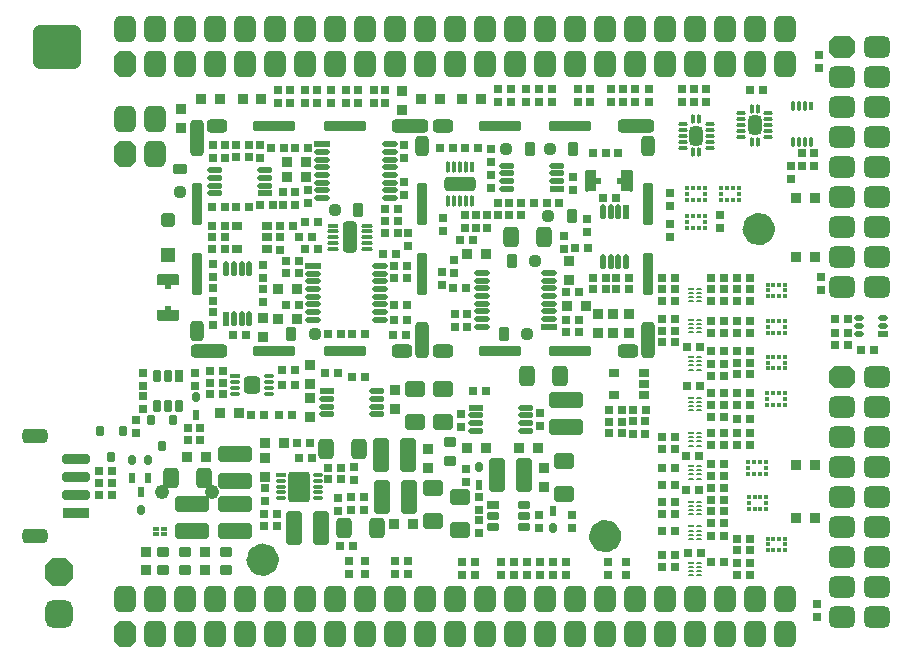
<source format=gbr>
%TF.GenerationSoftware,Altium Limited,Altium Designer,21.9.2 (33)*%
G04 Layer_Color=8388736*
%FSLAX45Y45*%
%MOMM*%
%TF.SameCoordinates,7777544D-92F5-45BF-99EE-D781317D7DBF*%
%TF.FilePolarity,Negative*%
%TF.FileFunction,Soldermask,Top*%
%TF.Part,Single*%
G01*
G75*
%TA.AperFunction,ComponentPad*%
G04:AMPARAMS|DCode=117|XSize=1.82mm|YSize=2.22mm|CornerRadius=0mm|HoleSize=0mm|Usage=FLASHONLY|Rotation=270.000|XOffset=0mm|YOffset=0mm|HoleType=Round|Shape=Octagon|*
%AMOCTAGOND117*
4,1,8,1.11000,0.45500,1.11000,-0.45500,0.65500,-0.91000,-0.65500,-0.91000,-1.11000,-0.45500,-1.11000,0.45500,-0.65500,0.91000,0.65500,0.91000,1.11000,0.45500,0.0*
%
%ADD117OCTAGOND117*%

G04:AMPARAMS|DCode=118|XSize=1.82mm|YSize=2.22mm|CornerRadius=0.485mm|HoleSize=0mm|Usage=FLASHONLY|Rotation=270.000|XOffset=0mm|YOffset=0mm|HoleType=Round|Shape=RoundedRectangle|*
%AMROUNDEDRECTD118*
21,1,1.82000,1.25001,0,0,270.0*
21,1,0.85000,2.22000,0,0,270.0*
1,1,0.97000,-0.62500,-0.42500*
1,1,0.97000,-0.62500,0.42500*
1,1,0.97000,0.62500,0.42500*
1,1,0.97000,0.62500,-0.42500*
%
%ADD118ROUNDEDRECTD118*%
G04:AMPARAMS|DCode=119|XSize=1.82mm|YSize=2.22mm|CornerRadius=0.485mm|HoleSize=0mm|Usage=FLASHONLY|Rotation=0.000|XOffset=0mm|YOffset=0mm|HoleType=Round|Shape=RoundedRectangle|*
%AMROUNDEDRECTD119*
21,1,1.82000,1.25001,0,0,0.0*
21,1,0.85000,2.22000,0,0,0.0*
1,1,0.97000,0.42500,-0.62500*
1,1,0.97000,-0.42500,-0.62500*
1,1,0.97000,-0.42500,0.62500*
1,1,0.97000,0.42500,0.62500*
%
%ADD119ROUNDEDRECTD119*%
G04:AMPARAMS|DCode=120|XSize=1.82mm|YSize=2.22mm|CornerRadius=0mm|HoleSize=0mm|Usage=FLASHONLY|Rotation=0.000|XOffset=0mm|YOffset=0mm|HoleType=Round|Shape=Octagon|*
%AMOCTAGOND120*
4,1,8,-0.45500,1.11000,0.45500,1.11000,0.91000,0.65500,0.91000,-0.65500,0.45500,-1.11000,-0.45500,-1.11000,-0.91000,-0.65500,-0.91000,0.65500,-0.45500,1.11000,0.0*
%
%ADD120OCTAGOND120*%

G04:AMPARAMS|DCode=121|XSize=4.12mm|YSize=3.72mm|CornerRadius=0.6mm|HoleSize=0mm|Usage=FLASHONLY|Rotation=0.000|XOffset=0mm|YOffset=0mm|HoleType=Round|Shape=RoundedRectangle|*
%AMROUNDEDRECTD121*
21,1,4.12000,2.52000,0,0,0.0*
21,1,2.92000,3.72000,0,0,0.0*
1,1,1.20000,1.46000,-1.26000*
1,1,1.20000,-1.46000,-1.26000*
1,1,1.20000,-1.46000,1.26000*
1,1,1.20000,1.46000,1.26000*
%
%ADD121ROUNDEDRECTD121*%
G04:AMPARAMS|DCode=122|XSize=2.32mm|YSize=2.32mm|CornerRadius=0.61mm|HoleSize=0mm|Usage=FLASHONLY|Rotation=270.000|XOffset=0mm|YOffset=0mm|HoleType=Round|Shape=RoundedRectangle|*
%AMROUNDEDRECTD122*
21,1,2.32000,1.10000,0,0,270.0*
21,1,1.10000,2.32000,0,0,270.0*
1,1,1.22000,-0.55000,-0.55000*
1,1,1.22000,-0.55000,0.55000*
1,1,1.22000,0.55000,0.55000*
1,1,1.22000,0.55000,-0.55000*
%
%ADD122ROUNDEDRECTD122*%
G04:AMPARAMS|DCode=123|XSize=2.32mm|YSize=2.32mm|CornerRadius=0mm|HoleSize=0mm|Usage=FLASHONLY|Rotation=270.000|XOffset=0mm|YOffset=0mm|HoleType=Round|Shape=Octagon|*
%AMOCTAGOND123*
4,1,8,-0.58000,-1.16000,0.58000,-1.16000,1.16000,-0.58000,1.16000,0.58000,0.58000,1.16000,-0.58000,1.16000,-1.16000,0.58000,-1.16000,-0.58000,-0.58000,-1.16000,0.0*
%
%ADD123OCTAGOND123*%

%TA.AperFunction,ViaPad*%
%ADD124C,1.22000*%
%TA.AperFunction,NonConductor*%
%ADD168C,2.14000*%
%TA.AperFunction,BGAPad,CuDef*%
%ADD169C,0.37000*%
%TA.AperFunction,SMDPad,CuDef*%
G04:AMPARAMS|DCode=170|XSize=0.37mm|YSize=0.37mm|CornerRadius=0.0975mm|HoleSize=0mm|Usage=FLASHONLY|Rotation=180.000|XOffset=0mm|YOffset=0mm|HoleType=Round|Shape=RoundedRectangle|*
%AMROUNDEDRECTD170*
21,1,0.37000,0.17500,0,0,180.0*
21,1,0.17500,0.37000,0,0,180.0*
1,1,0.19500,-0.08750,0.08750*
1,1,0.19500,0.08750,0.08750*
1,1,0.19500,0.08750,-0.08750*
1,1,0.19500,-0.08750,-0.08750*
%
%ADD170ROUNDEDRECTD170*%
%ADD171R,0.60000X0.30000*%
G04:AMPARAMS|DCode=172|XSize=0.37mm|YSize=0.77mm|CornerRadius=0.1225mm|HoleSize=0mm|Usage=FLASHONLY|Rotation=90.000|XOffset=0mm|YOffset=0mm|HoleType=Round|Shape=RoundedRectangle|*
%AMROUNDEDRECTD172*
21,1,0.37000,0.52500,0,0,90.0*
21,1,0.12500,0.77000,0,0,90.0*
1,1,0.24500,0.26250,0.06250*
1,1,0.24500,0.26250,-0.06250*
1,1,0.24500,-0.26250,-0.06250*
1,1,0.24500,-0.26250,0.06250*
%
%ADD172ROUNDEDRECTD172*%
G04:AMPARAMS|DCode=173|XSize=0.37mm|YSize=0.77mm|CornerRadius=0.1225mm|HoleSize=0mm|Usage=FLASHONLY|Rotation=0.000|XOffset=0mm|YOffset=0mm|HoleType=Round|Shape=RoundedRectangle|*
%AMROUNDEDRECTD173*
21,1,0.37000,0.52500,0,0,0.0*
21,1,0.12500,0.77000,0,0,0.0*
1,1,0.24500,0.06250,-0.26250*
1,1,0.24500,-0.06250,-0.26250*
1,1,0.24500,-0.06250,0.26250*
1,1,0.24500,0.06250,0.26250*
%
%ADD173ROUNDEDRECTD173*%
G04:AMPARAMS|DCode=174|XSize=1.12mm|YSize=1.62mm|CornerRadius=0.31mm|HoleSize=0mm|Usage=FLASHONLY|Rotation=0.000|XOffset=0mm|YOffset=0mm|HoleType=Round|Shape=RoundedRectangle|*
%AMROUNDEDRECTD174*
21,1,1.12000,1.00000,0,0,0.0*
21,1,0.50000,1.62000,0,0,0.0*
1,1,0.62000,0.25000,-0.50000*
1,1,0.62000,-0.25000,-0.50000*
1,1,0.62000,-0.25000,0.50000*
1,1,0.62000,0.25000,0.50000*
%
%ADD174ROUNDEDRECTD174*%
G04:AMPARAMS|DCode=175|XSize=0.72mm|YSize=0.72mm|CornerRadius=0.21mm|HoleSize=0mm|Usage=FLASHONLY|Rotation=90.000|XOffset=0mm|YOffset=0mm|HoleType=Round|Shape=RoundedRectangle|*
%AMROUNDEDRECTD175*
21,1,0.72000,0.30000,0,0,90.0*
21,1,0.30000,0.72000,0,0,90.0*
1,1,0.42000,0.15000,0.15000*
1,1,0.42000,0.15000,-0.15000*
1,1,0.42000,-0.15000,-0.15000*
1,1,0.42000,-0.15000,0.15000*
%
%ADD175ROUNDEDRECTD175*%
%ADD176R,0.51000X0.24000*%
G04:AMPARAMS|DCode=177|XSize=0.24mm|YSize=0.51mm|CornerRadius=0.057mm|HoleSize=0mm|Usage=FLASHONLY|Rotation=90.000|XOffset=0mm|YOffset=0mm|HoleType=Round|Shape=RoundedRectangle|*
%AMROUNDEDRECTD177*
21,1,0.24000,0.39600,0,0,90.0*
21,1,0.12600,0.51000,0,0,90.0*
1,1,0.11400,0.19800,0.06300*
1,1,0.11400,0.19800,-0.06300*
1,1,0.11400,-0.19800,-0.06300*
1,1,0.11400,-0.19800,0.06300*
%
%ADD177ROUNDEDRECTD177*%
%ADD178R,0.82000X0.37000*%
G04:AMPARAMS|DCode=179|XSize=0.37mm|YSize=0.82mm|CornerRadius=0.1225mm|HoleSize=0mm|Usage=FLASHONLY|Rotation=90.000|XOffset=0mm|YOffset=0mm|HoleType=Round|Shape=RoundedRectangle|*
%AMROUNDEDRECTD179*
21,1,0.37000,0.57500,0,0,90.0*
21,1,0.12500,0.82000,0,0,90.0*
1,1,0.24500,0.28750,0.06250*
1,1,0.24500,0.28750,-0.06250*
1,1,0.24500,-0.28750,-0.06250*
1,1,0.24500,-0.28750,0.06250*
%
%ADD179ROUNDEDRECTD179*%
G04:AMPARAMS|DCode=180|XSize=2.62mm|YSize=1.82mm|CornerRadius=0.23mm|HoleSize=0mm|Usage=FLASHONLY|Rotation=90.000|XOffset=0mm|YOffset=0mm|HoleType=Round|Shape=RoundedRectangle|*
%AMROUNDEDRECTD180*
21,1,2.62000,1.36000,0,0,90.0*
21,1,2.16000,1.82000,0,0,90.0*
1,1,0.46000,0.68000,1.08000*
1,1,0.46000,0.68000,-1.08000*
1,1,0.46000,-0.68000,-1.08000*
1,1,0.46000,-0.68000,1.08000*
%
%ADD180ROUNDEDRECTD180*%
G04:AMPARAMS|DCode=181|XSize=0.47mm|YSize=1.27mm|CornerRadius=0.1475mm|HoleSize=0mm|Usage=FLASHONLY|Rotation=90.000|XOffset=0mm|YOffset=0mm|HoleType=Round|Shape=RoundedRectangle|*
%AMROUNDEDRECTD181*
21,1,0.47000,0.97500,0,0,90.0*
21,1,0.17500,1.27000,0,0,90.0*
1,1,0.29500,0.48750,0.08750*
1,1,0.29500,0.48750,-0.08750*
1,1,0.29500,-0.48750,-0.08750*
1,1,0.29500,-0.48750,0.08750*
%
%ADD181ROUNDEDRECTD181*%
%ADD182R,1.27000X0.47000*%
%ADD183R,1.02000X0.67000*%
G04:AMPARAMS|DCode=184|XSize=0.67mm|YSize=1.02mm|CornerRadius=0.1975mm|HoleSize=0mm|Usage=FLASHONLY|Rotation=90.000|XOffset=0mm|YOffset=0mm|HoleType=Round|Shape=RoundedRectangle|*
%AMROUNDEDRECTD184*
21,1,0.67000,0.62500,0,0,90.0*
21,1,0.27500,1.02000,0,0,90.0*
1,1,0.39500,0.31250,0.13750*
1,1,0.39500,0.31250,-0.13750*
1,1,0.39500,-0.31250,-0.13750*
1,1,0.39500,-0.31250,0.13750*
%
%ADD184ROUNDEDRECTD184*%
%ADD185R,0.67000X1.02000*%
G04:AMPARAMS|DCode=186|XSize=0.67mm|YSize=1.02mm|CornerRadius=0.1975mm|HoleSize=0mm|Usage=FLASHONLY|Rotation=0.000|XOffset=0mm|YOffset=0mm|HoleType=Round|Shape=RoundedRectangle|*
%AMROUNDEDRECTD186*
21,1,0.67000,0.62500,0,0,0.0*
21,1,0.27500,1.02000,0,0,0.0*
1,1,0.39500,0.13750,-0.31250*
1,1,0.39500,-0.13750,-0.31250*
1,1,0.39500,-0.13750,0.31250*
1,1,0.39500,0.13750,0.31250*
%
%ADD186ROUNDEDRECTD186*%
G04:AMPARAMS|DCode=187|XSize=1.52mm|YSize=1.42mm|CornerRadius=0.385mm|HoleSize=0mm|Usage=FLASHONLY|Rotation=90.000|XOffset=0mm|YOffset=0mm|HoleType=Round|Shape=RoundedRectangle|*
%AMROUNDEDRECTD187*
21,1,1.52000,0.65000,0,0,90.0*
21,1,0.75000,1.42000,0,0,90.0*
1,1,0.77000,0.32500,0.37500*
1,1,0.77000,0.32500,-0.37500*
1,1,0.77000,-0.32500,-0.37500*
1,1,0.77000,-0.32500,0.37500*
%
%ADD187ROUNDEDRECTD187*%
%ADD188R,0.92000X0.72000*%
G04:AMPARAMS|DCode=189|XSize=0.72mm|YSize=0.92mm|CornerRadius=0.21mm|HoleSize=0mm|Usage=FLASHONLY|Rotation=270.000|XOffset=0mm|YOffset=0mm|HoleType=Round|Shape=RoundedRectangle|*
%AMROUNDEDRECTD189*
21,1,0.72000,0.50000,0,0,270.0*
21,1,0.30000,0.92000,0,0,270.0*
1,1,0.42000,-0.25000,-0.15000*
1,1,0.42000,-0.25000,0.15000*
1,1,0.42000,0.25000,0.15000*
1,1,0.42000,0.25000,-0.15000*
%
%ADD189ROUNDEDRECTD189*%
G04:AMPARAMS|DCode=190|XSize=0.47mm|YSize=0.82mm|CornerRadius=0.1475mm|HoleSize=0mm|Usage=FLASHONLY|Rotation=270.000|XOffset=0mm|YOffset=0mm|HoleType=Round|Shape=RoundedRectangle|*
%AMROUNDEDRECTD190*
21,1,0.47000,0.52501,0,0,270.0*
21,1,0.17500,0.82000,0,0,270.0*
1,1,0.29500,-0.26250,-0.08750*
1,1,0.29500,-0.26250,0.08750*
1,1,0.29500,0.26250,0.08750*
1,1,0.29500,0.26250,-0.08750*
%
%ADD190ROUNDEDRECTD190*%
%ADD191R,0.82000X0.47000*%
%ADD192R,0.39000X0.77000*%
G04:AMPARAMS|DCode=193|XSize=0.39mm|YSize=0.77mm|CornerRadius=0.1275mm|HoleSize=0mm|Usage=FLASHONLY|Rotation=0.000|XOffset=0mm|YOffset=0mm|HoleType=Round|Shape=RoundedRectangle|*
%AMROUNDEDRECTD193*
21,1,0.39000,0.51501,0,0,0.0*
21,1,0.13500,0.77000,0,0,0.0*
1,1,0.25500,0.06750,-0.25750*
1,1,0.25500,-0.06750,-0.25750*
1,1,0.25500,-0.06750,0.25750*
1,1,0.25500,0.06750,0.25750*
%
%ADD193ROUNDEDRECTD193*%
%ADD194R,1.32000X0.47000*%
G04:AMPARAMS|DCode=195|XSize=0.47mm|YSize=1.32mm|CornerRadius=0.1475mm|HoleSize=0mm|Usage=FLASHONLY|Rotation=90.000|XOffset=0mm|YOffset=0mm|HoleType=Round|Shape=RoundedRectangle|*
%AMROUNDEDRECTD195*
21,1,0.47000,1.02500,0,0,90.0*
21,1,0.17500,1.32000,0,0,90.0*
1,1,0.29500,0.51250,0.08750*
1,1,0.29500,0.51250,-0.08750*
1,1,0.29500,-0.51250,-0.08750*
1,1,0.29500,-0.51250,0.08750*
%
%ADD195ROUNDEDRECTD195*%
G04:AMPARAMS|DCode=196|XSize=2.67mm|YSize=1.22mm|CornerRadius=0.335mm|HoleSize=0mm|Usage=FLASHONLY|Rotation=90.000|XOffset=0mm|YOffset=0mm|HoleType=Round|Shape=RoundedRectangle|*
%AMROUNDEDRECTD196*
21,1,2.67000,0.55000,0,0,90.0*
21,1,2.00000,1.22000,0,0,90.0*
1,1,0.67000,0.27500,1.00000*
1,1,0.67000,0.27500,-1.00000*
1,1,0.67000,-0.27500,-1.00000*
1,1,0.67000,-0.27500,1.00000*
%
%ADD196ROUNDEDRECTD196*%
G04:AMPARAMS|DCode=197|XSize=0.37mm|YSize=0.97mm|CornerRadius=0.1225mm|HoleSize=0mm|Usage=FLASHONLY|Rotation=90.000|XOffset=0mm|YOffset=0mm|HoleType=Round|Shape=RoundedRectangle|*
%AMROUNDEDRECTD197*
21,1,0.37000,0.72500,0,0,90.0*
21,1,0.12500,0.97000,0,0,90.0*
1,1,0.24500,0.36250,0.06250*
1,1,0.24500,0.36250,-0.06250*
1,1,0.24500,-0.36250,-0.06250*
1,1,0.24500,-0.36250,0.06250*
%
%ADD197ROUNDEDRECTD197*%
%ADD198R,0.97000X0.37000*%
G04:AMPARAMS|DCode=199|XSize=0.47mm|YSize=1.27mm|CornerRadius=0.1475mm|HoleSize=0mm|Usage=FLASHONLY|Rotation=180.000|XOffset=0mm|YOffset=0mm|HoleType=Round|Shape=RoundedRectangle|*
%AMROUNDEDRECTD199*
21,1,0.47000,0.97500,0,0,180.0*
21,1,0.17500,1.27000,0,0,180.0*
1,1,0.29500,-0.08750,0.48750*
1,1,0.29500,0.08750,0.48750*
1,1,0.29500,0.08750,-0.48750*
1,1,0.29500,-0.08750,-0.48750*
%
%ADD199ROUNDEDRECTD199*%
%ADD200R,0.47000X1.27000*%
G04:AMPARAMS|DCode=201|XSize=2.67mm|YSize=1.22mm|CornerRadius=0.335mm|HoleSize=0mm|Usage=FLASHONLY|Rotation=0.000|XOffset=0mm|YOffset=0mm|HoleType=Round|Shape=RoundedRectangle|*
%AMROUNDEDRECTD201*
21,1,2.67000,0.55000,0,0,0.0*
21,1,2.00000,1.22000,0,0,0.0*
1,1,0.67000,1.00000,-0.27500*
1,1,0.67000,-1.00000,-0.27500*
1,1,0.67000,-1.00000,0.27500*
1,1,0.67000,1.00000,0.27500*
%
%ADD201ROUNDEDRECTD201*%
G04:AMPARAMS|DCode=202|XSize=0.37mm|YSize=0.97mm|CornerRadius=0.1225mm|HoleSize=0mm|Usage=FLASHONLY|Rotation=0.000|XOffset=0mm|YOffset=0mm|HoleType=Round|Shape=RoundedRectangle|*
%AMROUNDEDRECTD202*
21,1,0.37000,0.72500,0,0,0.0*
21,1,0.12500,0.97000,0,0,0.0*
1,1,0.24500,0.06250,-0.36250*
1,1,0.24500,-0.06250,-0.36250*
1,1,0.24500,-0.06250,0.36250*
1,1,0.24500,0.06250,0.36250*
%
%ADD202ROUNDEDRECTD202*%
%ADD203R,0.37000X0.97000*%
%ADD204C,1.12000*%
G04:AMPARAMS|DCode=205|XSize=0.92mm|YSize=1.12mm|CornerRadius=0.1mm|HoleSize=0mm|Usage=FLASHONLY|Rotation=90.000|XOffset=0mm|YOffset=0mm|HoleType=Round|Shape=RoundedRectangle|*
%AMROUNDEDRECTD205*
21,1,0.92000,0.92000,0,0,90.0*
21,1,0.72000,1.12000,0,0,90.0*
1,1,0.20000,0.46000,0.36000*
1,1,0.20000,0.46000,-0.36000*
1,1,0.20000,-0.46000,-0.36000*
1,1,0.20000,-0.46000,0.36000*
%
%ADD205ROUNDEDRECTD205*%
G04:AMPARAMS|DCode=206|XSize=0.92mm|YSize=1.12mm|CornerRadius=0.1mm|HoleSize=0mm|Usage=FLASHONLY|Rotation=180.000|XOffset=0mm|YOffset=0mm|HoleType=Round|Shape=RoundedRectangle|*
%AMROUNDEDRECTD206*
21,1,0.92000,0.92000,0,0,180.0*
21,1,0.72000,1.12000,0,0,180.0*
1,1,0.20000,-0.36000,0.46000*
1,1,0.20000,0.36000,0.46000*
1,1,0.20000,0.36000,-0.46000*
1,1,0.20000,-0.36000,-0.46000*
%
%ADD206ROUNDEDRECTD206*%
G04:AMPARAMS|DCode=207|XSize=0.72mm|YSize=0.82mm|CornerRadius=0.21mm|HoleSize=0mm|Usage=FLASHONLY|Rotation=0.000|XOffset=0mm|YOffset=0mm|HoleType=Round|Shape=RoundedRectangle|*
%AMROUNDEDRECTD207*
21,1,0.72000,0.40000,0,0,0.0*
21,1,0.30000,0.82000,0,0,0.0*
1,1,0.42000,0.15000,-0.20000*
1,1,0.42000,-0.15000,-0.20000*
1,1,0.42000,-0.15000,0.20000*
1,1,0.42000,0.15000,0.20000*
%
%ADD207ROUNDEDRECTD207*%
G04:AMPARAMS|DCode=208|XSize=0.72mm|YSize=0.72mm|CornerRadius=0.21mm|HoleSize=0mm|Usage=FLASHONLY|Rotation=0.000|XOffset=0mm|YOffset=0mm|HoleType=Round|Shape=RoundedRectangle|*
%AMROUNDEDRECTD208*
21,1,0.72000,0.30000,0,0,0.0*
21,1,0.30000,0.72000,0,0,0.0*
1,1,0.42000,0.15000,-0.15000*
1,1,0.42000,-0.15000,-0.15000*
1,1,0.42000,-0.15000,0.15000*
1,1,0.42000,0.15000,0.15000*
%
%ADD208ROUNDEDRECTD208*%
%ADD209O,1.82000X0.42000*%
%ADD210R,0.54000X1.00000*%
%ADD211O,0.42000X1.82000*%
%ADD212R,1.00000X0.54000*%
%ADD213R,2.32000X0.82000*%
G04:AMPARAMS|DCode=214|XSize=2.32mm|YSize=0.82mm|CornerRadius=0.235mm|HoleSize=0mm|Usage=FLASHONLY|Rotation=180.000|XOffset=0mm|YOffset=0mm|HoleType=Round|Shape=RoundedRectangle|*
%AMROUNDEDRECTD214*
21,1,2.32000,0.35000,0,0,180.0*
21,1,1.85000,0.82000,0,0,180.0*
1,1,0.47000,-0.92500,0.17500*
1,1,0.47000,0.92500,0.17500*
1,1,0.47000,0.92500,-0.17500*
1,1,0.47000,-0.92500,-0.17500*
%
%ADD214ROUNDEDRECTD214*%
G04:AMPARAMS|DCode=215|XSize=2.12mm|YSize=1.22mm|CornerRadius=0.335mm|HoleSize=0mm|Usage=FLASHONLY|Rotation=180.000|XOffset=0mm|YOffset=0mm|HoleType=Round|Shape=RoundedRectangle|*
%AMROUNDEDRECTD215*
21,1,2.12000,0.55000,0,0,180.0*
21,1,1.45000,1.22000,0,0,180.0*
1,1,0.67000,-0.72500,0.27500*
1,1,0.67000,0.72500,0.27500*
1,1,0.67000,0.72500,-0.27500*
1,1,0.67000,-0.72500,-0.27500*
%
%ADD215ROUNDEDRECTD215*%
G04:AMPARAMS|DCode=216|XSize=3.12mm|YSize=1.12mm|CornerRadius=0.31mm|HoleSize=0mm|Usage=FLASHONLY|Rotation=90.000|XOffset=0mm|YOffset=0mm|HoleType=Round|Shape=RoundedRectangle|*
%AMROUNDEDRECTD216*
21,1,3.12000,0.50000,0,0,90.0*
21,1,2.50000,1.12000,0,0,90.0*
1,1,0.62000,0.25000,1.25000*
1,1,0.62000,0.25000,-1.25000*
1,1,0.62000,-0.25000,-1.25000*
1,1,0.62000,-0.25000,1.25000*
%
%ADD216ROUNDEDRECTD216*%
%TA.AperFunction,SMDPad,SMDef*%
G04:AMPARAMS|DCode=217|XSize=3.6mm|YSize=0.8mm|CornerRadius=0.15mm|HoleSize=0mm|Usage=FLASHONLY|Rotation=90.000|XOffset=0mm|YOffset=0mm|HoleType=Round|Shape=RoundedRectangle|*
%AMROUNDEDRECTD217*
21,1,3.60000,0.50000,0,0,90.0*
21,1,3.30000,0.80000,0,0,90.0*
1,1,0.30000,0.25000,1.65000*
1,1,0.30000,0.25000,-1.65000*
1,1,0.30000,-0.25000,-1.65000*
1,1,0.30000,-0.25000,1.65000*
%
%ADD217ROUNDEDRECTD217*%
%TA.AperFunction,SMDPad,CuDef*%
G04:AMPARAMS|DCode=218|XSize=1.72mm|YSize=1.12mm|CornerRadius=0.31mm|HoleSize=0mm|Usage=FLASHONLY|Rotation=180.000|XOffset=0mm|YOffset=0mm|HoleType=Round|Shape=RoundedRectangle|*
%AMROUNDEDRECTD218*
21,1,1.72000,0.50000,0,0,180.0*
21,1,1.10000,1.12000,0,0,180.0*
1,1,0.62000,-0.55000,0.25000*
1,1,0.62000,0.55000,0.25000*
1,1,0.62000,0.55000,-0.25000*
1,1,0.62000,-0.55000,-0.25000*
%
%ADD218ROUNDEDRECTD218*%
G04:AMPARAMS|DCode=219|XSize=3.12mm|YSize=1.12mm|CornerRadius=0.31mm|HoleSize=0mm|Usage=FLASHONLY|Rotation=0.000|XOffset=0mm|YOffset=0mm|HoleType=Round|Shape=RoundedRectangle|*
%AMROUNDEDRECTD219*
21,1,3.12000,0.50000,0,0,0.0*
21,1,2.50000,1.12000,0,0,0.0*
1,1,0.62000,1.25000,-0.25000*
1,1,0.62000,-1.25000,-0.25000*
1,1,0.62000,-1.25000,0.25000*
1,1,0.62000,1.25000,0.25000*
%
%ADD219ROUNDEDRECTD219*%
%TA.AperFunction,SMDPad,SMDef*%
G04:AMPARAMS|DCode=220|XSize=3.596mm|YSize=0.796mm|CornerRadius=0.148mm|HoleSize=0mm|Usage=FLASHONLY|Rotation=0.000|XOffset=0mm|YOffset=0mm|HoleType=Round|Shape=RoundedRectangle|*
%AMROUNDEDRECTD220*
21,1,3.59600,0.50000,0,0,0.0*
21,1,3.30000,0.79600,0,0,0.0*
1,1,0.29600,1.65000,-0.25000*
1,1,0.29600,-1.65000,-0.25000*
1,1,0.29600,-1.65000,0.25000*
1,1,0.29600,1.65000,0.25000*
%
%ADD220ROUNDEDRECTD220*%
G04:AMPARAMS|DCode=221|XSize=3.6mm|YSize=0.8mm|CornerRadius=0.15mm|HoleSize=0mm|Usage=FLASHONLY|Rotation=0.000|XOffset=0mm|YOffset=0mm|HoleType=Round|Shape=RoundedRectangle|*
%AMROUNDEDRECTD221*
21,1,3.60000,0.50000,0,0,0.0*
21,1,3.30000,0.80000,0,0,0.0*
1,1,0.30000,1.65000,-0.25000*
1,1,0.30000,-1.65000,-0.25000*
1,1,0.30000,-1.65000,0.25000*
1,1,0.30000,1.65000,0.25000*
%
%ADD221ROUNDEDRECTD221*%
%TA.AperFunction,SMDPad,CuDef*%
G04:AMPARAMS|DCode=222|XSize=1.72mm|YSize=1.12mm|CornerRadius=0.31mm|HoleSize=0mm|Usage=FLASHONLY|Rotation=90.000|XOffset=0mm|YOffset=0mm|HoleType=Round|Shape=RoundedRectangle|*
%AMROUNDEDRECTD222*
21,1,1.72000,0.50000,0,0,90.0*
21,1,1.10000,1.12000,0,0,90.0*
1,1,0.62000,0.25000,0.55000*
1,1,0.62000,0.25000,-0.55000*
1,1,0.62000,-0.25000,-0.55000*
1,1,0.62000,-0.25000,0.55000*
%
%ADD222ROUNDEDRECTD222*%
G04:AMPARAMS|DCode=223|XSize=2.92mm|YSize=1.42mm|CornerRadius=0.385mm|HoleSize=0mm|Usage=FLASHONLY|Rotation=90.000|XOffset=0mm|YOffset=0mm|HoleType=Round|Shape=RoundedRectangle|*
%AMROUNDEDRECTD223*
21,1,2.92000,0.65000,0,0,90.0*
21,1,2.15000,1.42000,0,0,90.0*
1,1,0.77000,0.32500,1.07500*
1,1,0.77000,0.32500,-1.07500*
1,1,0.77000,-0.32500,-1.07500*
1,1,0.77000,-0.32500,1.07500*
%
%ADD223ROUNDEDRECTD223*%
G04:AMPARAMS|DCode=224|XSize=2.92mm|YSize=1.42mm|CornerRadius=0.385mm|HoleSize=0mm|Usage=FLASHONLY|Rotation=0.000|XOffset=0mm|YOffset=0mm|HoleType=Round|Shape=RoundedRectangle|*
%AMROUNDEDRECTD224*
21,1,2.92000,0.65000,0,0,0.0*
21,1,2.15000,1.42000,0,0,0.0*
1,1,0.77000,1.07500,-0.32500*
1,1,0.77000,-1.07500,-0.32500*
1,1,0.77000,-1.07500,0.32500*
1,1,0.77000,1.07500,0.32500*
%
%ADD224ROUNDEDRECTD224*%
G04:AMPARAMS|DCode=225|XSize=1.02mm|YSize=0.92mm|CornerRadius=0.26mm|HoleSize=0mm|Usage=FLASHONLY|Rotation=180.000|XOffset=0mm|YOffset=0mm|HoleType=Round|Shape=RoundedRectangle|*
%AMROUNDEDRECTD225*
21,1,1.02000,0.40000,0,0,180.0*
21,1,0.50000,0.92000,0,0,180.0*
1,1,0.52000,-0.25000,0.20000*
1,1,0.52000,0.25000,0.20000*
1,1,0.52000,0.25000,-0.20000*
1,1,0.52000,-0.25000,-0.20000*
%
%ADD225ROUNDEDRECTD225*%
%ADD226R,0.92000X0.92000*%
G04:AMPARAMS|DCode=227|XSize=0.92mm|YSize=0.92mm|CornerRadius=0.26mm|HoleSize=0mm|Usage=FLASHONLY|Rotation=90.000|XOffset=0mm|YOffset=0mm|HoleType=Round|Shape=RoundedRectangle|*
%AMROUNDEDRECTD227*
21,1,0.92000,0.40000,0,0,90.0*
21,1,0.40000,0.92000,0,0,90.0*
1,1,0.52000,0.20000,0.20000*
1,1,0.52000,0.20000,-0.20000*
1,1,0.52000,-0.20000,-0.20000*
1,1,0.52000,-0.20000,0.20000*
%
%ADD227ROUNDEDRECTD227*%
%ADD228R,0.62000X0.82000*%
G04:AMPARAMS|DCode=229|XSize=0.62mm|YSize=0.82mm|CornerRadius=0.185mm|HoleSize=0mm|Usage=FLASHONLY|Rotation=180.000|XOffset=0mm|YOffset=0mm|HoleType=Round|Shape=RoundedRectangle|*
%AMROUNDEDRECTD229*
21,1,0.62000,0.45000,0,0,180.0*
21,1,0.25000,0.82000,0,0,180.0*
1,1,0.37000,-0.12500,0.22500*
1,1,0.37000,0.12500,0.22500*
1,1,0.37000,0.12500,-0.22500*
1,1,0.37000,-0.12500,-0.22500*
%
%ADD229ROUNDEDRECTD229*%
%ADD230R,1.22000X1.22000*%
G04:AMPARAMS|DCode=231|XSize=1.22mm|YSize=1.22mm|CornerRadius=0.335mm|HoleSize=0mm|Usage=FLASHONLY|Rotation=180.000|XOffset=0mm|YOffset=0mm|HoleType=Round|Shape=RoundedRectangle|*
%AMROUNDEDRECTD231*
21,1,1.22000,0.55000,0,0,180.0*
21,1,0.55000,1.22000,0,0,180.0*
1,1,0.67000,-0.27500,0.27500*
1,1,0.67000,0.27500,0.27500*
1,1,0.67000,0.27500,-0.27500*
1,1,0.67000,-0.27500,-0.27500*
%
%ADD231ROUNDEDRECTD231*%
G04:AMPARAMS|DCode=232|XSize=1.77mm|YSize=1.37mm|CornerRadius=0.3725mm|HoleSize=0mm|Usage=FLASHONLY|Rotation=0.000|XOffset=0mm|YOffset=0mm|HoleType=Round|Shape=RoundedRectangle|*
%AMROUNDEDRECTD232*
21,1,1.77000,0.62500,0,0,0.0*
21,1,1.02500,1.37000,0,0,0.0*
1,1,0.74500,0.51250,-0.31250*
1,1,0.74500,-0.51250,-0.31250*
1,1,0.74500,-0.51250,0.31250*
1,1,0.74500,0.51250,0.31250*
%
%ADD232ROUNDEDRECTD232*%
G04:AMPARAMS|DCode=233|XSize=1.77mm|YSize=1.37mm|CornerRadius=0.3725mm|HoleSize=0mm|Usage=FLASHONLY|Rotation=270.000|XOffset=0mm|YOffset=0mm|HoleType=Round|Shape=RoundedRectangle|*
%AMROUNDEDRECTD233*
21,1,1.77000,0.62500,0,0,270.0*
21,1,1.02500,1.37000,0,0,270.0*
1,1,0.74500,-0.31250,-0.51250*
1,1,0.74500,-0.31250,0.51250*
1,1,0.74500,0.31250,0.51250*
1,1,0.74500,0.31250,-0.51250*
%
%ADD233ROUNDEDRECTD233*%
G04:AMPARAMS|DCode=234|XSize=0.92mm|YSize=0.92mm|CornerRadius=0.26mm|HoleSize=0mm|Usage=FLASHONLY|Rotation=180.000|XOffset=0mm|YOffset=0mm|HoleType=Round|Shape=RoundedRectangle|*
%AMROUNDEDRECTD234*
21,1,0.92000,0.40000,0,0,180.0*
21,1,0.40000,0.92000,0,0,180.0*
1,1,0.52000,-0.20000,0.20000*
1,1,0.52000,0.20000,0.20000*
1,1,0.52000,0.20000,-0.20000*
1,1,0.52000,-0.20000,-0.20000*
%
%ADD234ROUNDEDRECTD234*%
G36*
X2485942Y2915944D02*
X2486860Y2915724D01*
X2487732Y2915362D01*
X2488538Y2914869D01*
X2489256Y2914256D01*
X2489869Y2913538D01*
X2490363Y2912732D01*
X2490724Y2911860D01*
X2490944Y2910942D01*
X2491019Y2910000D01*
Y2835000D01*
X2490944Y2834059D01*
X2490724Y2833140D01*
X2490363Y2832268D01*
X2489869Y2831462D01*
X2489256Y2830744D01*
X2488538Y2830131D01*
X2487732Y2829638D01*
X2486860Y2829276D01*
X2485942Y2829056D01*
X2485000Y2828982D01*
X2315000D01*
X2314058Y2829056D01*
X2313140Y2829276D01*
X2312268Y2829638D01*
X2311462Y2830131D01*
X2310744Y2830744D01*
X2310131Y2831462D01*
X2309637Y2832268D01*
X2309276Y2833140D01*
X2309056Y2834059D01*
X2308981Y2835000D01*
Y2910000D01*
X2309056Y2910942D01*
X2309276Y2911860D01*
X2309637Y2912732D01*
X2310131Y2913538D01*
X2310744Y2914256D01*
X2311462Y2914869D01*
X2312268Y2915362D01*
X2313140Y2915724D01*
X2314058Y2915944D01*
X2315000Y2916019D01*
X2372511D01*
X2373453Y2915944D01*
X2374371Y2915724D01*
X2375243Y2915362D01*
X2376049Y2914869D01*
X2376767Y2914256D01*
X2377380Y2913538D01*
X2377874Y2912732D01*
X2378235Y2911860D01*
X2378455Y2910942D01*
X2378530Y2910000D01*
Y2856005D01*
X2421527D01*
Y2910000D01*
X2421601Y2910942D01*
X2421822Y2911860D01*
X2422183Y2912732D01*
X2422677Y2913538D01*
X2423290Y2914256D01*
X2424008Y2914869D01*
X2424814Y2915362D01*
X2425686Y2915724D01*
X2426604Y2915944D01*
X2427546Y2916019D01*
X2485000D01*
X2485942Y2915944D01*
D02*
G37*
G36*
Y3210944D02*
X2486860Y3210724D01*
X2487732Y3210362D01*
X2488538Y3209869D01*
X2489256Y3209256D01*
X2489869Y3208538D01*
X2490363Y3207732D01*
X2490724Y3206860D01*
X2490944Y3205942D01*
X2491019Y3205000D01*
Y3130000D01*
X2490944Y3129059D01*
X2490724Y3128140D01*
X2490363Y3127268D01*
X2489869Y3126462D01*
X2489256Y3125744D01*
X2488538Y3125131D01*
X2487732Y3124638D01*
X2486860Y3124276D01*
X2485942Y3124056D01*
X2485000Y3123982D01*
X2427505Y3123982D01*
X2426563Y3124056D01*
X2425645Y3124277D01*
X2424773Y3124638D01*
X2423967Y3125131D01*
X2423249Y3125745D01*
X2422636Y3126463D01*
X2422142Y3127268D01*
X2421781Y3128141D01*
X2421561Y3129059D01*
X2421486Y3130001D01*
X2421486Y3183987D01*
X2378521Y3183987D01*
X2378521Y3130000D01*
X2378447Y3129059D01*
X2378227Y3128141D01*
X2377865Y3127268D01*
X2377372Y3126463D01*
X2376759Y3125745D01*
X2376040Y3125131D01*
X2375235Y3124638D01*
X2374363Y3124276D01*
X2373444Y3124056D01*
X2372503Y3123982D01*
X2315000Y3123982D01*
X2314058Y3124056D01*
X2313140Y3124276D01*
X2312268Y3124638D01*
X2311462Y3125131D01*
X2310744Y3125744D01*
X2310131Y3126462D01*
X2309637Y3127268D01*
X2309276Y3128140D01*
X2309056Y3129059D01*
X2308981Y3130000D01*
Y3205000D01*
X2309056Y3205942D01*
X2309276Y3206860D01*
X2309637Y3207732D01*
X2310131Y3208538D01*
X2310744Y3209256D01*
X2311462Y3209869D01*
X2312268Y3210362D01*
X2313140Y3210724D01*
X2314058Y3210944D01*
X2315000Y3211018D01*
X2485000D01*
X2485942Y3210944D01*
D02*
G37*
G36*
X6020941Y4100945D02*
X6021860Y4100724D01*
X6022732Y4100363D01*
X6023538Y4099869D01*
X6024256Y4099256D01*
X6024869Y4098538D01*
X6025362Y4097732D01*
X6025724Y4096860D01*
X6025944Y4095942D01*
X6026018Y4095000D01*
X6026018Y4037505D01*
X6025944Y4036563D01*
X6025723Y4035645D01*
X6025362Y4034773D01*
X6024869Y4033967D01*
X6024255Y4033249D01*
X6023537Y4032636D01*
X6022732Y4032143D01*
X6021859Y4031781D01*
X6020941Y4031561D01*
X6019999Y4031486D01*
X5966013Y4031486D01*
X5966013Y3988521D01*
X6020000Y3988521D01*
X6020941Y3988447D01*
X6021859Y3988227D01*
X6022732Y3987865D01*
X6023537Y3987372D01*
X6024255Y3986759D01*
X6024869Y3986041D01*
X6025362Y3985235D01*
X6025724Y3984363D01*
X6025944Y3983444D01*
X6026018Y3982503D01*
X6026018Y3925000D01*
X6025944Y3924058D01*
X6025724Y3923140D01*
X6025362Y3922268D01*
X6024869Y3921462D01*
X6024256Y3920744D01*
X6023538Y3920131D01*
X6022732Y3919638D01*
X6021860Y3919276D01*
X6020941Y3919056D01*
X6020000Y3918981D01*
X5945000D01*
X5944058Y3919056D01*
X5943140Y3919276D01*
X5942268Y3919638D01*
X5941462Y3920131D01*
X5940744Y3920744D01*
X5940131Y3921462D01*
X5939638Y3922268D01*
X5939276Y3923140D01*
X5939056Y3924058D01*
X5938982Y3925000D01*
Y4095000D01*
X5939056Y4095942D01*
X5939276Y4096860D01*
X5939638Y4097732D01*
X5940131Y4098538D01*
X5940744Y4099256D01*
X5941462Y4099869D01*
X5942268Y4100363D01*
X5943140Y4100724D01*
X5944058Y4100945D01*
X5945000Y4101019D01*
X6020000D01*
X6020941Y4100945D01*
D02*
G37*
G36*
X6315941D02*
X6316860Y4100724D01*
X6317732Y4100363D01*
X6318538Y4099869D01*
X6319256Y4099256D01*
X6319869Y4098538D01*
X6320362Y4097732D01*
X6320724Y4096860D01*
X6320944Y4095942D01*
X6321018Y4095000D01*
Y3925000D01*
X6320944Y3924058D01*
X6320724Y3923140D01*
X6320362Y3922268D01*
X6319869Y3921462D01*
X6319256Y3920744D01*
X6318538Y3920131D01*
X6317732Y3919638D01*
X6316860Y3919276D01*
X6315941Y3919056D01*
X6315000Y3918981D01*
X6240000D01*
X6239058Y3919056D01*
X6238140Y3919276D01*
X6237268Y3919638D01*
X6236462Y3920131D01*
X6235744Y3920744D01*
X6235131Y3921462D01*
X6234638Y3922268D01*
X6234276Y3923140D01*
X6234056Y3924058D01*
X6233981Y3925000D01*
Y3982511D01*
X6234056Y3983453D01*
X6234276Y3984371D01*
X6234638Y3985243D01*
X6235131Y3986049D01*
X6235744Y3986767D01*
X6236462Y3987380D01*
X6237268Y3987874D01*
X6238140Y3988235D01*
X6239058Y3988456D01*
X6240000Y3988530D01*
X6293995D01*
Y4031527D01*
X6240000D01*
X6239058Y4031602D01*
X6238140Y4031822D01*
X6237268Y4032183D01*
X6236462Y4032677D01*
X6235744Y4033290D01*
X6235131Y4034008D01*
X6234638Y4034814D01*
X6234276Y4035686D01*
X6234056Y4036604D01*
X6233981Y4037546D01*
Y4095000D01*
X6234056Y4095942D01*
X6234276Y4096860D01*
X6234638Y4097732D01*
X6235131Y4098538D01*
X6235744Y4099256D01*
X6236462Y4099869D01*
X6237268Y4100363D01*
X6238140Y4100724D01*
X6239058Y4100945D01*
X6240000Y4101019D01*
X6315000D01*
X6315941Y4100945D01*
D02*
G37*
D117*
X8108000Y2349500D02*
D03*
Y5143500D02*
D03*
D118*
Y2095500D02*
D03*
Y1841500D02*
D03*
Y1587500D02*
D03*
Y1333500D02*
D03*
Y1079500D02*
D03*
Y825500D02*
D03*
X8402000Y2349500D02*
D03*
Y2095500D02*
D03*
Y1841500D02*
D03*
Y1587500D02*
D03*
Y1333500D02*
D03*
Y1079500D02*
D03*
Y825500D02*
D03*
X8108000Y571500D02*
D03*
Y317500D02*
D03*
X8402000Y571500D02*
D03*
Y317500D02*
D03*
X8108000Y4889500D02*
D03*
Y4635500D02*
D03*
Y4381500D02*
D03*
Y4127500D02*
D03*
Y3873500D02*
D03*
Y3619500D02*
D03*
X8402000Y5143500D02*
D03*
Y4889500D02*
D03*
Y4635500D02*
D03*
Y4381500D02*
D03*
Y4127500D02*
D03*
Y3873500D02*
D03*
Y3619500D02*
D03*
X8108000Y3365500D02*
D03*
Y3111500D02*
D03*
X8402000Y3365500D02*
D03*
Y3111500D02*
D03*
D119*
X7620000Y464500D02*
D03*
X7366000D02*
D03*
X7112000D02*
D03*
X6858000D02*
D03*
X6604000D02*
D03*
X6350000D02*
D03*
X6096000D02*
D03*
X5842000D02*
D03*
X5588000D02*
D03*
X5334000D02*
D03*
X5080000D02*
D03*
X4826000D02*
D03*
X4572000D02*
D03*
X4318000D02*
D03*
X4064000D02*
D03*
X3810000D02*
D03*
X3556000D02*
D03*
X3302000D02*
D03*
X3048000D02*
D03*
X2794000D02*
D03*
X2540000D02*
D03*
X2286000D02*
D03*
X2032000D02*
D03*
X7620000Y170500D02*
D03*
X7366000D02*
D03*
X7112000D02*
D03*
X6858000D02*
D03*
X6604000D02*
D03*
X6350000D02*
D03*
X6096000D02*
D03*
X5842000D02*
D03*
X5588000D02*
D03*
X5334000D02*
D03*
X5080000D02*
D03*
X4826000D02*
D03*
X4572000D02*
D03*
X4318000D02*
D03*
X4064000D02*
D03*
X3810000D02*
D03*
X3556000D02*
D03*
X3302000D02*
D03*
X3048000D02*
D03*
X2794000D02*
D03*
X2540000D02*
D03*
X2286000D02*
D03*
X7620000Y5290500D02*
D03*
X7366000D02*
D03*
X7112000D02*
D03*
X6858000D02*
D03*
X6604000D02*
D03*
X6350000D02*
D03*
X6096000D02*
D03*
X5842000D02*
D03*
X5588000D02*
D03*
X5334000D02*
D03*
X5080000D02*
D03*
X4826000D02*
D03*
X4572000D02*
D03*
X4318000D02*
D03*
X4064000D02*
D03*
X3810000D02*
D03*
X3556000D02*
D03*
X3302000D02*
D03*
X3048000D02*
D03*
X2794000D02*
D03*
X2540000D02*
D03*
X2286000D02*
D03*
X2032000D02*
D03*
X7620000Y4996500D02*
D03*
X7366000D02*
D03*
X7112000D02*
D03*
X6858000D02*
D03*
X6604000D02*
D03*
X6350000D02*
D03*
X6096000D02*
D03*
X5842000D02*
D03*
X5588000D02*
D03*
X5334000D02*
D03*
X5080000D02*
D03*
X4826000D02*
D03*
X4572000D02*
D03*
X4318000D02*
D03*
X4064000D02*
D03*
X3810000D02*
D03*
X3556000D02*
D03*
X3302000D02*
D03*
X3048000D02*
D03*
X2794000D02*
D03*
X2540000D02*
D03*
X2286000D02*
D03*
X2032000Y4532400D02*
D03*
X2286000D02*
D03*
Y4238400D02*
D03*
D120*
X2032000Y170500D02*
D03*
Y4996500D02*
D03*
Y4238400D02*
D03*
D121*
X1460500Y5143500D02*
D03*
D122*
X1480000Y345000D02*
D03*
D123*
Y695000D02*
D03*
D124*
X2770002Y1370000D02*
D03*
X2349998D02*
D03*
D168*
X6133000Y1000000D02*
G03*
X6133000Y1000000I-33000J0D01*
G01*
X3233000Y800000D02*
G03*
X3233000Y800000I-33000J0D01*
G01*
X7433000Y3600000D02*
G03*
X7433000Y3600000I-33000J0D01*
G01*
D169*
X7310002Y1630000D02*
D03*
X7360002D02*
D03*
X7410002D02*
D03*
X7460002D02*
D03*
X7310002Y1580000D02*
D03*
X7460002D02*
D03*
X7310002Y1530000D02*
D03*
X7360002D02*
D03*
X7410002D02*
D03*
X7315000Y1329999D02*
D03*
X7365000D02*
D03*
X7415000D02*
D03*
X7465000D02*
D03*
X7315000Y1279999D02*
D03*
X7465000D02*
D03*
X7315000Y1229999D02*
D03*
X7365000D02*
D03*
X7415000D02*
D03*
X7475000Y979999D02*
D03*
X7525000D02*
D03*
X7575000D02*
D03*
X7625000D02*
D03*
X7475000Y929999D02*
D03*
X7625000D02*
D03*
X7475000Y879999D02*
D03*
X7525000D02*
D03*
X7575000D02*
D03*
X7080000Y3950000D02*
D03*
X7130000D02*
D03*
X7180000D02*
D03*
X7230000D02*
D03*
X7080000Y3900000D02*
D03*
X7230000D02*
D03*
X7080000Y3850000D02*
D03*
X7130000D02*
D03*
X7180000D02*
D03*
X6795000Y3950000D02*
D03*
X6845000D02*
D03*
X6895000D02*
D03*
X6945000D02*
D03*
X6795000Y3900000D02*
D03*
X6945000D02*
D03*
X6795000Y3850000D02*
D03*
X6845000D02*
D03*
X6895000D02*
D03*
X7575001Y2419999D02*
D03*
X7525000D02*
D03*
X7475001D02*
D03*
X7625000Y2469999D02*
D03*
X7475001D02*
D03*
X7625000Y2520000D02*
D03*
X7575001D02*
D03*
X7525000D02*
D03*
X7475001D02*
D03*
X7575000Y2719999D02*
D03*
X7525000D02*
D03*
X7475000D02*
D03*
X7625000Y2769999D02*
D03*
X7475000D02*
D03*
X7625000Y2819999D02*
D03*
X7575000D02*
D03*
X7525000D02*
D03*
X7475000D02*
D03*
X7575001Y3030000D02*
D03*
X7525000D02*
D03*
X7475001D02*
D03*
X7625000Y3079999D02*
D03*
X7475001D02*
D03*
X7625000Y3130000D02*
D03*
X7575001D02*
D03*
X7525000D02*
D03*
X7475001D02*
D03*
X7570000Y2109999D02*
D03*
X7520000D02*
D03*
X7470000D02*
D03*
X7620000Y2159999D02*
D03*
X7470000D02*
D03*
X7620000Y2209999D02*
D03*
X7570000D02*
D03*
X7520000D02*
D03*
X7470000D02*
D03*
X6895000Y3610000D02*
D03*
X6845000D02*
D03*
X6795000D02*
D03*
X6945000Y3660000D02*
D03*
X6795000D02*
D03*
X6945000Y3710000D02*
D03*
X6895000D02*
D03*
X6845000D02*
D03*
X6795000D02*
D03*
D170*
X7460002Y1530000D02*
D03*
X7465000Y1229999D02*
D03*
X7625000Y879999D02*
D03*
X7230000Y3850000D02*
D03*
X6945000D02*
D03*
X7625000Y2419999D02*
D03*
X7625000Y2719999D02*
D03*
X7625000Y3030000D02*
D03*
X7620000Y2109999D02*
D03*
X6945000Y3610000D02*
D03*
D171*
X2293000Y1018000D02*
D03*
X2367000D02*
D03*
Y1062000D02*
D03*
X2293000D02*
D03*
D172*
X6755000Y4490000D02*
D03*
Y4290000D02*
D03*
Y4440000D02*
D03*
Y4390000D02*
D03*
Y4340000D02*
D03*
X6985000Y4290000D02*
D03*
Y4340000D02*
D03*
Y4390000D02*
D03*
Y4440000D02*
D03*
Y4490000D02*
D03*
X7479998Y4580001D02*
D03*
Y4530001D02*
D03*
Y4480001D02*
D03*
Y4430001D02*
D03*
Y4380001D02*
D03*
X7249998Y4430001D02*
D03*
Y4480001D02*
D03*
Y4530001D02*
D03*
Y4380001D02*
D03*
Y4580001D02*
D03*
D173*
X6845000Y4250000D02*
D03*
X6895000D02*
D03*
Y4530000D02*
D03*
X6845000D02*
D03*
X7339998Y4620001D02*
D03*
X7389998D02*
D03*
Y4340001D02*
D03*
X7339998D02*
D03*
D174*
X6870000Y4390000D02*
D03*
X7364998Y4480001D02*
D03*
D175*
X3750000Y2710000D02*
D03*
X3860000D02*
D03*
X6995000Y1609999D02*
D03*
X7105000D02*
D03*
X6995000Y1000000D02*
D03*
X7105000D02*
D03*
X6995000Y1310000D02*
D03*
X7105000D02*
D03*
X6995000Y2109999D02*
D03*
X7105000D02*
D03*
X6995000Y1770000D02*
D03*
X7105000D02*
D03*
X6995000Y2570000D02*
D03*
X7105000D02*
D03*
X6995000Y2719999D02*
D03*
X7105000D02*
D03*
X6995000Y2819999D02*
D03*
X7105000D02*
D03*
X6995000Y2989999D02*
D03*
X7105000D02*
D03*
X6995000Y3089999D02*
D03*
X7105000D02*
D03*
X8045000Y2620000D02*
D03*
X8155000D02*
D03*
X8045000Y2720000D02*
D03*
X8155000D02*
D03*
X3865000Y1580000D02*
D03*
X3755000D02*
D03*
Y1480000D02*
D03*
X3865000D02*
D03*
X3105000Y2030000D02*
D03*
X3215000D02*
D03*
X1925000Y1550000D02*
D03*
X1815000D02*
D03*
Y1450000D02*
D03*
X1925000D02*
D03*
X2755000Y2400000D02*
D03*
X2865000D02*
D03*
X2755000Y2300000D02*
D03*
X2865000D02*
D03*
Y2200000D02*
D03*
X2755000D02*
D03*
X3365000Y2280000D02*
D03*
X3475000D02*
D03*
X6995000Y1509999D02*
D03*
X7105000D02*
D03*
X6995000Y2009999D02*
D03*
X7105000D02*
D03*
X6995000Y1110000D02*
D03*
X7105000D02*
D03*
X6995000Y2360000D02*
D03*
X7105000D02*
D03*
X7215000Y770000D02*
D03*
X7325000D02*
D03*
X6995000Y779999D02*
D03*
X7105000D02*
D03*
X6695000Y739999D02*
D03*
X6585001D02*
D03*
X6995000Y1210000D02*
D03*
X7105000D02*
D03*
X6695000Y1190000D02*
D03*
X6585000D02*
D03*
X7215000Y980000D02*
D03*
X7325000D02*
D03*
X6695000Y1040000D02*
D03*
X6585000D02*
D03*
X6695000Y1290000D02*
D03*
X6585000D02*
D03*
X6694996Y1579214D02*
D03*
X6584996D02*
D03*
X7215000Y1769999D02*
D03*
X7325000D02*
D03*
X6695000Y1739999D02*
D03*
X6585001D02*
D03*
X7215000Y2109999D02*
D03*
X7325000D02*
D03*
X7215000Y2209999D02*
D03*
X7325000D02*
D03*
X6995000D02*
D03*
X7105000D02*
D03*
X7215000Y2469999D02*
D03*
X7325000D02*
D03*
X6995000Y2460000D02*
D03*
X7105000D02*
D03*
X7215000Y2569999D02*
D03*
X7325000D02*
D03*
X7215000Y2719999D02*
D03*
X7325000D02*
D03*
X6695000Y2739999D02*
D03*
X6585001D02*
D03*
X7215000Y2819999D02*
D03*
X7325000D02*
D03*
X6695000Y2839999D02*
D03*
X6585001D02*
D03*
X7215000Y2989999D02*
D03*
X7325000D02*
D03*
X6695000D02*
D03*
X6585001D02*
D03*
X7215000Y3089999D02*
D03*
X7325000D02*
D03*
X6695000D02*
D03*
X6585001D02*
D03*
X3055000Y2700000D02*
D03*
X2945000D02*
D03*
X3665000Y3430000D02*
D03*
X3555000D02*
D03*
X3615000Y3530000D02*
D03*
X3505000D02*
D03*
X4315000Y2960000D02*
D03*
X4425000D02*
D03*
X3665000Y3660000D02*
D03*
X3555000D02*
D03*
X4215000Y3390000D02*
D03*
X4325000D02*
D03*
X4065000Y2710000D02*
D03*
X3955000D02*
D03*
X2885000Y3630000D02*
D03*
X2775000D02*
D03*
X3085000Y4310000D02*
D03*
X2975000D02*
D03*
X3175000Y3800000D02*
D03*
X3285000D02*
D03*
X4415000Y2700000D02*
D03*
X4305000D02*
D03*
X4815000Y3100000D02*
D03*
X4925000D02*
D03*
X5955000Y3440000D02*
D03*
X5845000D02*
D03*
X5995000Y4240000D02*
D03*
X6105000D02*
D03*
X6210000D02*
D03*
X4815000Y4290000D02*
D03*
X4705000D02*
D03*
X4915000D02*
D03*
X5025000D02*
D03*
X5495000Y3820000D02*
D03*
X5605000D02*
D03*
X5710000D02*
D03*
X6585000Y840000D02*
D03*
X6695000D02*
D03*
X7215000Y670000D02*
D03*
X7325000D02*
D03*
X7215000Y1870000D02*
D03*
X7325000D02*
D03*
X6795000Y2270000D02*
D03*
X6905000D02*
D03*
X7105000Y1870000D02*
D03*
X6995000D02*
D03*
X4065000Y2350000D02*
D03*
X3955000D02*
D03*
X6800000Y859999D02*
D03*
X6910000D02*
D03*
X6785000Y1390000D02*
D03*
X6895000D02*
D03*
X7435000Y4780000D02*
D03*
X7325000D02*
D03*
X7215000Y3190000D02*
D03*
X7325000D02*
D03*
X7215000Y880000D02*
D03*
X7325000D02*
D03*
X7215000Y1990000D02*
D03*
X7325000D02*
D03*
X7215000Y2370000D02*
D03*
X7325000D02*
D03*
X6995000Y1410000D02*
D03*
X7105000D02*
D03*
X8265000Y2580000D02*
D03*
X8375000D02*
D03*
X3965000Y920000D02*
D03*
X3855000D02*
D03*
X3505000Y1660000D02*
D03*
X3615000D02*
D03*
X3495000Y1790000D02*
D03*
X3605000D02*
D03*
X7105000Y3189999D02*
D03*
X6995000D02*
D03*
X3325000Y1090000D02*
D03*
X3215000D02*
D03*
Y1190000D02*
D03*
X3325000D02*
D03*
X3725000Y2380000D02*
D03*
X3835000D02*
D03*
X5095000Y2230000D02*
D03*
X4985000D02*
D03*
X1815000Y1350000D02*
D03*
X1925000D02*
D03*
X3475000Y2410000D02*
D03*
X3365000D02*
D03*
X6135000Y1970000D02*
D03*
X6245000D02*
D03*
X6135000Y2070000D02*
D03*
X6245000D02*
D03*
X6445000D02*
D03*
X6335000D02*
D03*
X8045000Y2840000D02*
D03*
X8155000D02*
D03*
X6585001Y3189999D02*
D03*
X6695000D02*
D03*
X6585001Y2640000D02*
D03*
X6695000D02*
D03*
X6585001Y1839999D02*
D03*
X6695000D02*
D03*
X6585000Y1430000D02*
D03*
X6695000D02*
D03*
X6785000Y1680000D02*
D03*
X6895000D02*
D03*
X6795000Y2600000D02*
D03*
X6905000D02*
D03*
X6135000Y1870000D02*
D03*
X6245000D02*
D03*
X3085000Y3790000D02*
D03*
X2975000D02*
D03*
X2775000D02*
D03*
X2885000D02*
D03*
X3395000Y3330000D02*
D03*
X3505000D02*
D03*
X3395000Y3230000D02*
D03*
X3505000D02*
D03*
X4425000Y3190000D02*
D03*
X4315000D02*
D03*
X4425000Y3290000D02*
D03*
X4315000D02*
D03*
X3275000Y4290000D02*
D03*
X3385000D02*
D03*
X3475000D02*
D03*
X3585000D02*
D03*
X3445000Y2030000D02*
D03*
X3335000D02*
D03*
X2775000Y3430000D02*
D03*
X2885000D02*
D03*
X4345000Y3570000D02*
D03*
X4235000D02*
D03*
X3395000Y2960000D02*
D03*
X3505000D02*
D03*
X4345000Y3770000D02*
D03*
X4235000D02*
D03*
X4345000Y3670000D02*
D03*
X4235000D02*
D03*
X3455000Y3630000D02*
D03*
X3345000D02*
D03*
X2775000Y3530000D02*
D03*
X2885000D02*
D03*
X3085000Y4210000D02*
D03*
X2975000D02*
D03*
X4425000Y2830000D02*
D03*
X4315000D02*
D03*
X5875000Y2730000D02*
D03*
X5765000D02*
D03*
X5875000Y2830000D02*
D03*
X5765000D02*
D03*
X6105000Y3090000D02*
D03*
X5995000D02*
D03*
X6105000Y3190000D02*
D03*
X5995000D02*
D03*
X6195000Y3090000D02*
D03*
X6305000D02*
D03*
X6195000Y3190000D02*
D03*
X6305000D02*
D03*
X4985000Y3510000D02*
D03*
X4875000D02*
D03*
X5875000Y3070000D02*
D03*
X5765000D02*
D03*
X6085000Y3860000D02*
D03*
X6195000D02*
D03*
D176*
X6825000Y772500D02*
D03*
X6825000Y1592499D02*
D03*
X6825000Y1872500D02*
D03*
Y1082500D02*
D03*
X6825000Y2172499D02*
D03*
Y1292499D02*
D03*
Y2514999D02*
D03*
Y2829999D02*
D03*
Y3092499D02*
D03*
D177*
X6895000Y772500D02*
D03*
X6825000Y737500D02*
D03*
X6895000D02*
D03*
X6825000Y702500D02*
D03*
X6895000D02*
D03*
Y667500D02*
D03*
X6825000D02*
D03*
X6895000Y1592499D02*
D03*
X6825000Y1557499D02*
D03*
X6895000D02*
D03*
X6825000Y1522499D02*
D03*
X6895000D02*
D03*
Y1487499D02*
D03*
X6825000D02*
D03*
X6895000Y1872500D02*
D03*
X6825000Y1837500D02*
D03*
X6895000D02*
D03*
X6825000Y1802500D02*
D03*
X6895000D02*
D03*
Y1767500D02*
D03*
X6825000D02*
D03*
X6895000Y1082500D02*
D03*
X6825000Y1047500D02*
D03*
X6895000D02*
D03*
X6825000Y1012500D02*
D03*
X6895000D02*
D03*
Y977500D02*
D03*
X6825000D02*
D03*
X6895000Y2172499D02*
D03*
X6825000Y2137499D02*
D03*
X6895000D02*
D03*
X6825000Y2102499D02*
D03*
X6895000D02*
D03*
Y2067499D02*
D03*
X6825000D02*
D03*
X6895000Y1292499D02*
D03*
X6825000Y1257499D02*
D03*
X6895000D02*
D03*
X6825000Y1222499D02*
D03*
X6895000D02*
D03*
Y1187499D02*
D03*
X6825000D02*
D03*
X6895000Y2514999D02*
D03*
X6825000Y2479999D02*
D03*
X6895000D02*
D03*
X6825000Y2444999D02*
D03*
X6895000D02*
D03*
Y2409999D02*
D03*
X6825000D02*
D03*
X6895000Y2829999D02*
D03*
X6825000Y2794999D02*
D03*
X6895000D02*
D03*
X6825000Y2759999D02*
D03*
X6895000D02*
D03*
Y2724999D02*
D03*
X6825000D02*
D03*
X6895000Y3092499D02*
D03*
X6825000Y3057499D02*
D03*
X6895000D02*
D03*
X6825000Y3022499D02*
D03*
X6895000D02*
D03*
Y2987499D02*
D03*
X6825000D02*
D03*
D178*
X3355000Y1520000D02*
D03*
X2964999Y2355000D02*
D03*
D179*
X3355000Y1470000D02*
D03*
Y1420000D02*
D03*
Y1370000D02*
D03*
Y1320000D02*
D03*
X3665000Y1520000D02*
D03*
Y1470000D02*
D03*
Y1420000D02*
D03*
Y1370000D02*
D03*
Y1320000D02*
D03*
X2964999Y2305000D02*
D03*
Y2255000D02*
D03*
Y2205000D02*
D03*
X3254999Y2355000D02*
D03*
Y2305000D02*
D03*
Y2255000D02*
D03*
Y2205000D02*
D03*
D180*
X3510000Y1420000D02*
D03*
D181*
X4172500Y2032500D02*
D03*
Y2097500D02*
D03*
Y2162500D02*
D03*
Y2227500D02*
D03*
X3747500Y2032500D02*
D03*
Y2097500D02*
D03*
Y2162500D02*
D03*
X5432500Y1892500D02*
D03*
Y1957500D02*
D03*
Y2022500D02*
D03*
Y2087500D02*
D03*
X5007500Y1892500D02*
D03*
Y1957500D02*
D03*
Y2022500D02*
D03*
X2797500Y4097500D02*
D03*
Y4032500D02*
D03*
Y3967500D02*
D03*
Y3902500D02*
D03*
X3222500Y4097500D02*
D03*
Y4032500D02*
D03*
Y3967500D02*
D03*
X5267500Y4137500D02*
D03*
Y4072500D02*
D03*
Y4007500D02*
D03*
Y3942500D02*
D03*
X5692500Y4137500D02*
D03*
Y4072500D02*
D03*
Y4007500D02*
D03*
D182*
X3747500Y2227500D02*
D03*
X5007500Y2087500D02*
D03*
X3222500Y3902500D02*
D03*
X5692500Y3942500D02*
D03*
D183*
X5150000Y1265000D02*
D03*
D184*
Y1170000D02*
D03*
Y1075000D02*
D03*
X5410000D02*
D03*
Y1170000D02*
D03*
Y1265000D02*
D03*
D185*
X2495000Y2360000D02*
D03*
D186*
X2400000D02*
D03*
X2305000D02*
D03*
Y2100000D02*
D03*
X2400000D02*
D03*
X2495000D02*
D03*
D187*
X3109999Y2280000D02*
D03*
D188*
X6427500Y2195000D02*
D03*
X3237500Y3435000D02*
D03*
D189*
X6427500Y2290000D02*
D03*
Y2385000D02*
D03*
X6172500D02*
D03*
Y2195000D02*
D03*
X3237500Y3530000D02*
D03*
Y3625000D02*
D03*
X2982500D02*
D03*
Y3435000D02*
D03*
D190*
X8250265Y2714551D02*
D03*
Y2779551D02*
D03*
Y2844551D02*
D03*
X8450266D02*
D03*
Y2779551D02*
D03*
D191*
Y2714551D02*
D03*
D192*
X7839999Y4640000D02*
D03*
D193*
X7789999D02*
D03*
X7739999D02*
D03*
X7689999D02*
D03*
X7839999Y4340000D02*
D03*
X7789999D02*
D03*
X7739999D02*
D03*
X7689999D02*
D03*
D194*
X3625000Y3287500D02*
D03*
X3705000Y4317500D02*
D03*
X5625000Y2772500D02*
D03*
D195*
X3625000Y3222500D02*
D03*
Y3157500D02*
D03*
Y3092500D02*
D03*
Y3027500D02*
D03*
Y2962500D02*
D03*
Y2897500D02*
D03*
Y2832500D02*
D03*
X4195000Y3287500D02*
D03*
Y3222500D02*
D03*
Y3157500D02*
D03*
Y3092500D02*
D03*
Y3027500D02*
D03*
Y2962500D02*
D03*
Y2897500D02*
D03*
Y2832500D02*
D03*
X3705000Y4252500D02*
D03*
Y4187500D02*
D03*
Y4122500D02*
D03*
Y4057500D02*
D03*
Y3992500D02*
D03*
Y3927500D02*
D03*
Y3862500D02*
D03*
X4275000Y4317500D02*
D03*
Y4252500D02*
D03*
Y4187500D02*
D03*
Y4122500D02*
D03*
Y4057500D02*
D03*
Y3992500D02*
D03*
Y3927500D02*
D03*
Y3862500D02*
D03*
X5625000Y2837500D02*
D03*
Y2902500D02*
D03*
Y2967500D02*
D03*
Y3032500D02*
D03*
Y3097500D02*
D03*
Y3162500D02*
D03*
Y3227500D02*
D03*
X5055000Y2772500D02*
D03*
Y2837500D02*
D03*
Y2902500D02*
D03*
Y2967500D02*
D03*
Y3032500D02*
D03*
Y3097500D02*
D03*
Y3162500D02*
D03*
Y3227500D02*
D03*
D196*
X3940000Y3530000D02*
D03*
D197*
X4085000Y3430000D02*
D03*
Y3480000D02*
D03*
Y3530000D02*
D03*
Y3580000D02*
D03*
Y3630000D02*
D03*
X3795000Y3430000D02*
D03*
Y3480000D02*
D03*
Y3530000D02*
D03*
Y3580000D02*
D03*
D198*
Y3630000D02*
D03*
D199*
X3087500Y3262500D02*
D03*
X3022500D02*
D03*
X2957500D02*
D03*
X2892500D02*
D03*
X3087500Y2837500D02*
D03*
X3022500D02*
D03*
X2957500D02*
D03*
X6082500Y3317500D02*
D03*
X6147500D02*
D03*
X6212500D02*
D03*
X6277500D02*
D03*
X6082500Y3742500D02*
D03*
X6147500D02*
D03*
X6212500D02*
D03*
D200*
X2892500Y2837500D02*
D03*
X6277500Y3742500D02*
D03*
D201*
X4870000Y3980000D02*
D03*
D202*
X4770000Y3835000D02*
D03*
X4820000D02*
D03*
X4870000D02*
D03*
X4920000D02*
D03*
X4970000D02*
D03*
X4770000Y4125000D02*
D03*
X4820000D02*
D03*
X4870000D02*
D03*
X4920000D02*
D03*
D203*
X4970000D02*
D03*
D204*
X2502123Y3912123D02*
D03*
X3640000Y2710000D02*
D03*
X3810000Y3760000D02*
D03*
X5440000Y2710000D02*
D03*
X5510000Y3330000D02*
D03*
X5630000Y4280000D02*
D03*
X5260000D02*
D03*
X5620000Y3710000D02*
D03*
D205*
X2502123Y4112124D02*
D03*
D206*
X3440000Y2710000D02*
D03*
X4010000Y3760000D02*
D03*
X5240000Y2710000D02*
D03*
X5310000Y3330000D02*
D03*
X5830000Y4280000D02*
D03*
X5460000D02*
D03*
X5820000Y3710000D02*
D03*
D207*
X2015000Y1890000D02*
D03*
X1825000D02*
D03*
X1920000Y1670000D02*
D03*
X2445000Y1980000D02*
D03*
X2255000D02*
D03*
X2350000Y1760000D02*
D03*
D208*
X6470000Y4785000D02*
D03*
Y4675000D02*
D03*
X6350000D02*
D03*
Y4785000D02*
D03*
X6250000D02*
D03*
Y4675000D02*
D03*
X6150000D02*
D03*
Y4785000D02*
D03*
X3970000Y1475000D02*
D03*
Y1585000D02*
D03*
X3950000Y1335000D02*
D03*
Y1225000D02*
D03*
X5820000Y1065000D02*
D03*
Y1175000D02*
D03*
X5030000Y1025000D02*
D03*
Y1135000D02*
D03*
Y1225000D02*
D03*
Y1335000D02*
D03*
X3560000Y4665000D02*
D03*
Y4775000D02*
D03*
X2130000Y1985000D02*
D03*
Y1875000D02*
D03*
X2190000Y2075000D02*
D03*
Y2185000D02*
D03*
Y2385000D02*
D03*
Y2275000D02*
D03*
X2570000Y1810000D02*
D03*
Y1920000D02*
D03*
X5190000Y4675000D02*
D03*
Y4785000D02*
D03*
X3330000Y4665000D02*
D03*
Y4775000D02*
D03*
X5300000Y4675000D02*
D03*
Y4785000D02*
D03*
X3430000Y4665000D02*
D03*
Y4775000D02*
D03*
X4320000Y676000D02*
D03*
Y786000D02*
D03*
X4430000Y676000D02*
D03*
Y786000D02*
D03*
X5970000Y4785000D02*
D03*
Y4675000D02*
D03*
X5870000Y4785000D02*
D03*
Y4675000D02*
D03*
X6280000Y675000D02*
D03*
Y785000D02*
D03*
X6340000Y1975000D02*
D03*
Y1865000D02*
D03*
X6120000Y675000D02*
D03*
Y785000D02*
D03*
X6750000Y4675000D02*
D03*
Y4785000D02*
D03*
X6850000Y4675000D02*
D03*
Y4785000D02*
D03*
X5770000Y675000D02*
D03*
Y785000D02*
D03*
X5660000Y675000D02*
D03*
Y785000D02*
D03*
X5550000D02*
D03*
Y675000D02*
D03*
X5440000D02*
D03*
Y785000D02*
D03*
X5540000Y4785000D02*
D03*
Y4675000D02*
D03*
X5330000Y675000D02*
D03*
Y785000D02*
D03*
X5220000Y675000D02*
D03*
Y785000D02*
D03*
X5430000Y4675000D02*
D03*
Y4785000D02*
D03*
X5000000Y675000D02*
D03*
Y785000D02*
D03*
X5650000Y4785000D02*
D03*
Y4675000D02*
D03*
X4890000Y675000D02*
D03*
Y785000D02*
D03*
X4070000Y676000D02*
D03*
Y786000D02*
D03*
X3930000D02*
D03*
Y676000D02*
D03*
X4240000Y4775000D02*
D03*
Y4665000D02*
D03*
X4140000D02*
D03*
Y4775000D02*
D03*
X4010000D02*
D03*
Y4665000D02*
D03*
X3910000D02*
D03*
Y4775000D02*
D03*
X3780000D02*
D03*
Y4665000D02*
D03*
X6440000Y1975000D02*
D03*
Y1865000D02*
D03*
X7670000Y4135000D02*
D03*
Y4025000D02*
D03*
X7770000Y4245000D02*
D03*
Y4135000D02*
D03*
X3180000Y4315000D02*
D03*
Y4205000D02*
D03*
X4400000Y3995000D02*
D03*
Y3885000D02*
D03*
X2880000Y4205000D02*
D03*
Y4315000D02*
D03*
X3470000Y3915000D02*
D03*
Y3805000D02*
D03*
X5950000Y3685000D02*
D03*
Y3575000D02*
D03*
X4720000Y3125000D02*
D03*
Y3235000D02*
D03*
X4730000Y3695000D02*
D03*
Y3585000D02*
D03*
X5130000Y4275000D02*
D03*
Y4165000D02*
D03*
X5390000Y3825000D02*
D03*
Y3715000D02*
D03*
X6950000Y4675000D02*
D03*
Y4785000D02*
D03*
X2670000Y1920000D02*
D03*
Y1810000D02*
D03*
X7070000Y3605000D02*
D03*
Y3715000D02*
D03*
X6650000Y3535000D02*
D03*
Y3645000D02*
D03*
X7930000Y3195000D02*
D03*
Y3085000D02*
D03*
X7890000Y425000D02*
D03*
Y315000D02*
D03*
X7910000Y5075000D02*
D03*
Y4965000D02*
D03*
X3840000Y1325000D02*
D03*
Y1215000D02*
D03*
X3220000Y1295000D02*
D03*
Y1405000D02*
D03*
X4060000Y1335000D02*
D03*
Y1225000D02*
D03*
X5540000Y1065000D02*
D03*
Y1175000D02*
D03*
X5550000Y2045000D02*
D03*
Y1935000D02*
D03*
X4880000Y2035000D02*
D03*
Y1925000D02*
D03*
X3660000Y4665000D02*
D03*
Y4775000D02*
D03*
X4920000Y1565000D02*
D03*
Y1455000D02*
D03*
X2630000Y2385000D02*
D03*
Y2275000D02*
D03*
X7870000Y4135000D02*
D03*
Y4245000D02*
D03*
X6650000Y3795000D02*
D03*
Y3905000D02*
D03*
X5750000Y3545000D02*
D03*
Y3435000D02*
D03*
X4400000Y4205000D02*
D03*
Y4315000D02*
D03*
X3200000Y2985000D02*
D03*
Y3095000D02*
D03*
Y3295000D02*
D03*
Y3185000D02*
D03*
X2780000Y2995000D02*
D03*
Y3105000D02*
D03*
Y3305000D02*
D03*
Y3195000D02*
D03*
X3350000Y3425000D02*
D03*
Y3535000D02*
D03*
X4430000Y3565000D02*
D03*
Y3455000D02*
D03*
X2780000Y2785000D02*
D03*
Y2895000D02*
D03*
X3580000Y3825000D02*
D03*
Y3935000D02*
D03*
X2780000Y4315000D02*
D03*
Y4205000D02*
D03*
X3370000Y3915000D02*
D03*
Y3805000D02*
D03*
X4830000Y2885000D02*
D03*
Y2775000D02*
D03*
X4930000Y2885000D02*
D03*
Y2775000D02*
D03*
X5190000Y3715000D02*
D03*
Y3825000D02*
D03*
X5290000Y3715000D02*
D03*
Y3825000D02*
D03*
X4910000Y3605000D02*
D03*
Y3715000D02*
D03*
X5100000Y3605000D02*
D03*
Y3715000D02*
D03*
X5010000D02*
D03*
Y3605000D02*
D03*
X5830000Y3935000D02*
D03*
Y4045000D02*
D03*
X4820000Y3335000D02*
D03*
Y3225000D02*
D03*
X5130000Y3945000D02*
D03*
Y4055000D02*
D03*
D209*
X2400000Y3205000D02*
D03*
Y2835000D02*
D03*
D210*
Y3140000D02*
D03*
Y2900000D02*
D03*
D211*
X5945000Y4010000D02*
D03*
X6315000D02*
D03*
D212*
X6010000D02*
D03*
X6250000D02*
D03*
D213*
X1620000Y1200000D02*
D03*
D214*
Y1350000D02*
D03*
Y1500000D02*
D03*
Y1650000D02*
D03*
D215*
X1270000Y1845000D02*
D03*
Y1005000D02*
D03*
D216*
X2645000Y4370000D02*
D03*
X4550000Y2665000D02*
D03*
X6460000D02*
D03*
D217*
X2645000Y3815000D02*
D03*
Y3220000D02*
D03*
X4550000D02*
D03*
Y3815000D02*
D03*
X6460000D02*
D03*
Y3220000D02*
D03*
D218*
X2815000Y4470000D02*
D03*
X4380000Y2565000D02*
D03*
X4725000D02*
D03*
X6290000D02*
D03*
X4725000Y4470000D02*
D03*
D219*
X4450000D02*
D03*
X2745000Y2565000D02*
D03*
X6360000Y4470000D02*
D03*
D220*
X3895000D02*
D03*
X5805000D02*
D03*
D221*
X3300000D02*
D03*
Y2565000D02*
D03*
X3895000D02*
D03*
X5805000D02*
D03*
X5210000D02*
D03*
Y4470000D02*
D03*
D222*
X4550000Y4300000D02*
D03*
X2645000Y2735000D02*
D03*
X6460000Y4300000D02*
D03*
D223*
X4205000Y1690000D02*
D03*
X4435000D02*
D03*
X3465000Y1070000D02*
D03*
X3695000D02*
D03*
X4210000Y1330000D02*
D03*
X4440000D02*
D03*
X5415000Y1520000D02*
D03*
X5185000D02*
D03*
D224*
X2970000Y1275000D02*
D03*
Y1045000D02*
D03*
X2970000Y1465000D02*
D03*
Y1695000D02*
D03*
X5770000Y1925000D02*
D03*
Y2155000D02*
D03*
X2600000Y1045000D02*
D03*
Y1275000D02*
D03*
D225*
X4790000Y1800000D02*
D03*
Y1640000D02*
D03*
X2890000Y870000D02*
D03*
Y710000D02*
D03*
X2540000D02*
D03*
Y870000D02*
D03*
X2360000D02*
D03*
Y710000D02*
D03*
D226*
X7720000Y1150000D02*
D03*
Y3360000D02*
D03*
X2840000Y2040000D02*
D03*
X4890000Y4700000D02*
D03*
X3030000D02*
D03*
X4540000D02*
D03*
X2680000D02*
D03*
X7720000Y1600000D02*
D03*
Y3860000D02*
D03*
D227*
X7880000Y1150000D02*
D03*
Y3360000D02*
D03*
X3000000Y2040000D02*
D03*
X5050000Y4700000D02*
D03*
X3190000D02*
D03*
X4700000D02*
D03*
X2840000D02*
D03*
X7880000Y1600000D02*
D03*
Y3860000D02*
D03*
X3380000Y1790000D02*
D03*
X3220000D02*
D03*
X4470000Y1100000D02*
D03*
X4310000D02*
D03*
X2720000Y1670000D02*
D03*
X2560000D02*
D03*
X4930000Y1750000D02*
D03*
X5090000D02*
D03*
X5530000D02*
D03*
X5370000D02*
D03*
X3490000Y3090000D02*
D03*
X3330000D02*
D03*
X3490000Y2840000D02*
D03*
X3330000D02*
D03*
X3570000Y4170000D02*
D03*
X3410000D02*
D03*
X3570000Y4040000D02*
D03*
X3410000D02*
D03*
X4930000Y3390000D02*
D03*
X5090000D02*
D03*
X5780000Y2950000D02*
D03*
X5940000D02*
D03*
D228*
X2230000Y1495000D02*
D03*
X2640000Y2025000D02*
D03*
X5660000Y1215000D02*
D03*
X5030000Y1435000D02*
D03*
X2090000Y1495000D02*
D03*
X2170000Y1375000D02*
D03*
D229*
X2230000Y1645000D02*
D03*
X2640000Y2175000D02*
D03*
X5660000Y1065000D02*
D03*
X5030000Y1585000D02*
D03*
X2090000Y1645000D02*
D03*
X2170000Y1225000D02*
D03*
D230*
X2400000Y3380000D02*
D03*
D231*
Y3680000D02*
D03*
D232*
X4640000Y1410000D02*
D03*
Y1130000D02*
D03*
X4490000Y2250000D02*
D03*
Y1970000D02*
D03*
X5750000Y1640000D02*
D03*
Y1360000D02*
D03*
X4730000Y2250000D02*
D03*
Y1970000D02*
D03*
X4870000Y1050000D02*
D03*
Y1330000D02*
D03*
D233*
X4170000Y1070000D02*
D03*
X3890000D02*
D03*
X4020000Y1740000D02*
D03*
X3740000D02*
D03*
X2420000Y1490000D02*
D03*
X2700000D02*
D03*
X5440000Y2360000D02*
D03*
X5720000D02*
D03*
X5580000Y3530000D02*
D03*
X5300000D02*
D03*
D234*
X4600000Y1740000D02*
D03*
Y1580000D02*
D03*
X3220000Y1500000D02*
D03*
Y1660000D02*
D03*
X4320000Y2080000D02*
D03*
Y2240000D02*
D03*
X4380000Y4770000D02*
D03*
Y4610000D02*
D03*
X3600000Y2010000D02*
D03*
Y2170000D02*
D03*
X5580000Y1420000D02*
D03*
Y1580000D02*
D03*
X2210000Y870000D02*
D03*
Y710000D02*
D03*
X2710000Y870000D02*
D03*
Y710000D02*
D03*
X3200000Y2850000D02*
D03*
Y2690000D02*
D03*
X6300000Y2880000D02*
D03*
Y2720000D02*
D03*
X6170000D02*
D03*
Y2880000D02*
D03*
X2510000Y4460000D02*
D03*
Y4620000D02*
D03*
X6040000Y2880000D02*
D03*
Y2720000D02*
D03*
X3600000Y2450000D02*
D03*
Y2290000D02*
D03*
X5790000Y3170000D02*
D03*
Y3330000D02*
D03*
%TF.MD5,65fdd899d9c2ba83cb3f3275fe6f9c2f*%
M02*

</source>
